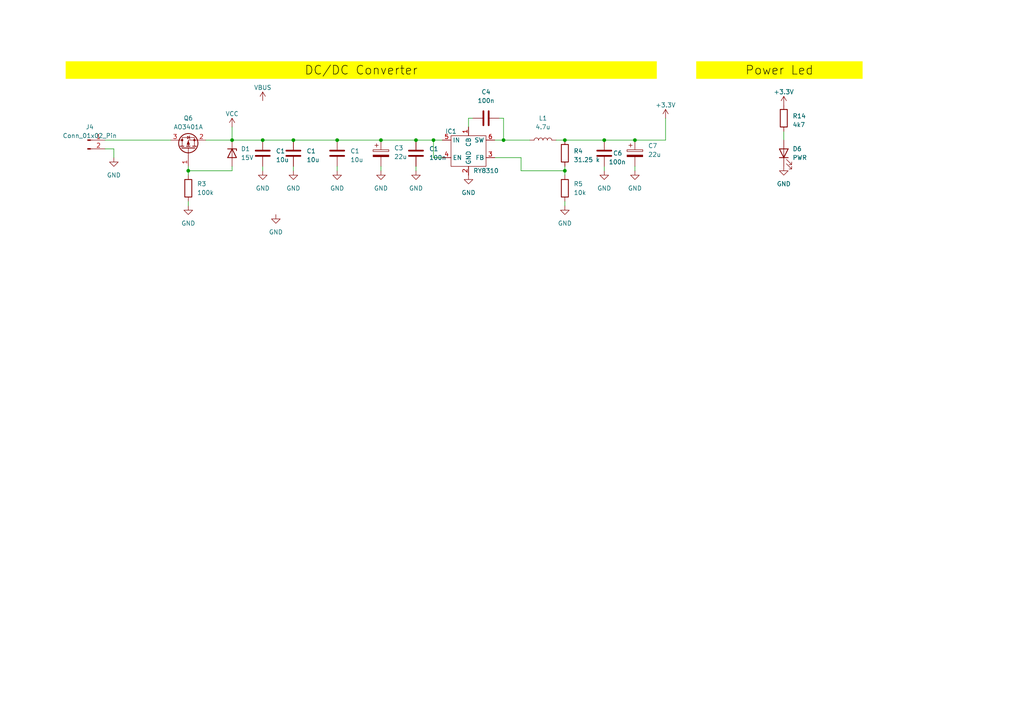
<source format=kicad_sch>
(kicad_sch (version 20231120) (generator "eeschema") (generator_version "8.0")
  (paper "A4")
  (lib_symbols
    (symbol "Connector:Conn_01x02_Pin" (pin_names (offset 1.016) hide)
      (property "Reference" "J" (at 0 2.54 0))
      (property "Value" "Conn_01x02_Pin" (at 0 -5.08 0))
      (symbol "Conn_01x02_Pin_1_1"
        (polyline (pts (xy 1.27 -2.54) (xy 0.8636 -2.54)) (stroke (width 0.1524)))
        (polyline (pts (xy 1.27 0) (xy 0.8636 0)) (stroke (width 0.1524)))
        (rectangle (start 0.8636 -2.413) (end 0 -2.667) (stroke (width 0.1524)) (fill (type outline)))
        (rectangle (start 0.8636 0.127) (end 0 -0.127) (stroke (width 0.1524)) (fill (type outline)))
        (pin passive line (at 5.08 0 180) (length 3.81) (name "Pin_1") (number "1"))
        (pin passive line (at 5.08 -2.54 180) (length 3.81) (name "Pin_2") (number "2"))
      )
    )
    (symbol "Device:C" (pin_numbers hide) (pin_names (offset 0.254))
      (property "Reference" "C" (at 0.635 2.54 0))
      (property "Value" "C" (at 0.635 -2.54 0))
      (symbol "C_0_1"
        (polyline (pts (xy -2.032 -0.762) (xy 2.032 -0.762)) (stroke (width 0.508)))
        (polyline (pts (xy -2.032 0.762) (xy 2.032 0.762)) (stroke (width 0.508)))
      )
      (symbol "C_1_1"
        (pin passive line (at 0 3.81 270) (length 2.794) (name "~") (number "1"))
        (pin passive line (at 0 -3.81 90) (length 2.794) (name "~") (number "2"))
      )
    )
    (symbol "Device:C_Polarized" (pin_numbers hide) (pin_names (offset 0.254))
      (property "Reference" "C" (at 0.635 2.54 0))
      (property "Value" "C_Polarized" (at 0.635 -2.54 0))
      (symbol "C_Polarized_0_1"
        (rectangle (start -2.286 0.508) (end 2.286 1.016))
        (polyline (pts (xy -1.778 2.286) (xy -0.762 2.286)))
        (polyline (pts (xy -1.27 2.794) (xy -1.27 1.778)))
        (rectangle (start 2.286 -0.508) (end -2.286 -1.016) (fill (type outline)))
      )
      (symbol "C_Polarized_1_1"
        (pin passive line (at 0 3.81 270) (length 2.794) (name "~") (number "1"))
        (pin passive line (at 0 -3.81 90) (length 2.794) (name "~") (number "2"))
      )
    )
    (symbol "Device:D_Zener" (pin_numbers hide) (pin_names (offset 1.016) hide)
      (property "Reference" "D" (at 0 2.54 0))
      (property "Value" "D_Zener" (at 0 -2.54 0))
      (symbol "D_Zener_0_1"
        (polyline (pts (xy 1.27 0) (xy -1.27 0)))
        (polyline (pts (xy -1.27 -1.27) (xy -1.27 1.27) (xy -0.762 1.27)) (stroke (width 0.254)))
        (polyline (pts (xy 1.27 -1.27) (xy 1.27 1.27) (xy -1.27 0) (xy 1.27 -1.27)) (stroke (width 0.254)))
      )
      (symbol "D_Zener_1_1"
        (pin passive line (at -3.81 0 0) (length 2.54) (name "K") (number "1"))
        (pin passive line (at 3.81 0 180) (length 2.54) (name "A") (number "2"))
      )
    )
    (symbol "Device:L" (pin_numbers hide) (pin_names (offset 1.016) hide)
      (property "Reference" "L" (at -1.27 0 90))
      (property "Value" "L" (at 1.905 0 90))
      (symbol "L_0_1"
        (arc (start 0 -2.54) (mid 0.6323 -1.905) (end 0 -1.27))
        (arc (start 0 -1.27) (mid 0.6323 -0.635) (end 0 0))
        (arc (start 0 0) (mid 0.6323 0.635) (end 0 1.27))
        (arc (start 0 1.27) (mid 0.6323 1.905) (end 0 2.54))
      )
      (symbol "L_1_1"
        (pin passive line (at 0 3.81 270) (length 1.27) (name "1") (number "1"))
        (pin passive line (at 0 -3.81 90) (length 1.27) (name "2") (number "2"))
      )
    )
    (symbol "Device:LED" (pin_numbers hide) (pin_names (offset 1.016) hide)
      (property "Reference" "D" (at 0 2.54 0))
      (property "Value" "LED" (at 0 -2.54 0))
      (symbol "LED_0_1"
        (polyline (pts (xy -1.27 -1.27) (xy -1.27 1.27)) (stroke (width 0.254)))
        (polyline (pts (xy -1.27 0) (xy 1.27 0)))
        (polyline (pts (xy 1.27 -1.27) (xy 1.27 1.27) (xy -1.27 0) (xy 1.27 -1.27)) (stroke (width 0.254)))
        (polyline (pts (xy -3.048 -0.762) (xy -4.572 -2.286) (xy -3.81 -2.286) (xy -4.572 -2.286) (xy -4.572 -1.524)))
        (polyline (pts (xy -1.778 -0.762) (xy -3.302 -2.286) (xy -2.54 -2.286) (xy -3.302 -2.286) (xy -3.302 -1.524)))
      )
      (symbol "LED_1_1"
        (pin passive line (at -3.81 0 0) (length 2.54) (name "K") (number "1"))
        (pin passive line (at 3.81 0 180) (length 2.54) (name "A") (number "2"))
      )
    )
    (symbol "Device:R" (pin_numbers hide) (pin_names (offset 0))
      (property "Reference" "R" (at 2.032 0 90))
      (property "Value" "R" (at 0 0 90))
      (symbol "R_0_1"
        (rectangle (start -1.016 -2.54) (end 1.016 2.54) (stroke (width 0.254)))
      )
      (symbol "R_1_1"
        (pin passive line (at 0 3.81 270) (length 1.27) (name "~") (number "1"))
        (pin passive line (at 0 -3.81 90) (length 1.27) (name "~") (number "2"))
      )
    )
    (symbol "Techbeard:RY8310"
      (property "Reference" "IC" (at -5.08 6.35 0))
      (property "Value" "RY8310" (at 5.08 6.35 0))
      (symbol "RY8310_0_1"
        (rectangle (start -5.08 5.08) (end 5.08 -3.81))
      )
      (symbol "RY8310_1_1"
        (pin input line (at 0 7.62 270) (length 2.54) (name "CB") (number "1"))
        (pin input line (at 0 -6.35 90) (length 2.54) (name "GND") (number "2"))
        (pin input line (at 7.62 -1.27 180) (length 2.54) (name "FB") (number "3"))
        (pin input line (at -7.62 -1.27 0) (length 2.54) (name "EN") (number "4"))
        (pin input line (at -7.62 3.81 0) (length 2.54) (name "IN") (number "5"))
        (pin input line (at 7.62 3.81 180) (length 2.54) (name "SW") (number "6"))
      )
    )
    (symbol "Transistor_FET:AO3401A" (pin_names hide)
      (property "Reference" "Q" (at 5.08 1.905 0))
      (property "Value" "AO3401A" (at 5.08 0 0))
      (symbol "AO3401A_0_1"
        (polyline (pts (xy 0.254 0) (xy -2.54 0)))
        (polyline (pts (xy 0.254 1.905) (xy 0.254 -1.905)) (stroke (width 0.254)))
        (polyline (pts (xy 0.762 -1.27) (xy 0.762 -2.286)) (stroke (width 0.254)))
        (polyline (pts (xy 0.762 0.508) (xy 0.762 -0.508)) (stroke (width 0.254)))
        (polyline (pts (xy 0.762 2.286) (xy 0.762 1.27)) (stroke (width 0.254)))
        (polyline (pts (xy 2.54 2.54) (xy 2.54 1.778)))
        (polyline (pts (xy 2.54 -2.54) (xy 2.54 0) (xy 0.762 0)))
        (polyline (pts (xy 0.762 1.778) (xy 3.302 1.778) (xy 3.302 -1.778) (xy 0.762 -1.778)))
        (polyline (pts (xy 2.286 0) (xy 1.27 0.381) (xy 1.27 -0.381) (xy 2.286 0)) (fill (type outline)))
        (polyline (pts (xy 2.794 -0.508) (xy 2.921 -0.381) (xy 3.683 -0.381) (xy 3.81 -0.254)))
        (polyline (pts (xy 3.302 -0.381) (xy 2.921 0.254) (xy 3.683 0.254) (xy 3.302 -0.381)))
        (circle (center 1.651 0) (radius 2.794) (stroke (width 0.254)))
        (circle (center 2.54 -1.778) (radius 0.254) (fill (type outline)))
        (circle (center 2.54 1.778) (radius 0.254) (fill (type outline)))
      )
      (symbol "AO3401A_1_1"
        (pin input line (at -5.08 0 0) (length 2.54) (name "G") (number "1"))
        (pin passive line (at 2.54 -5.08 90) (length 2.54) (name "S") (number "2"))
        (pin passive line (at 2.54 5.08 270) (length 2.54) (name "D") (number "3"))
      )
    )
    (symbol "power:+3.3V" (power) (pin_names (offset 0))
      (property "Value" "+3.3V" (at 0 3.556 0))
      (symbol "+3.3V_0_1"
        (polyline (pts (xy -0.762 1.27) (xy 0 2.54)))
        (polyline (pts (xy 0 0) (xy 0 2.54)))
        (polyline (pts (xy 0 2.54) (xy 0.762 1.27)))
      )
      (symbol "+3.3V_1_1"
        (pin power_in line (at 0 0 90) (length 0) hide (name "+3.3V") (number "1"))
      )
    )
    (symbol "power:GND" (power) (pin_names (offset 0))
      (property "Value" "GND" (at 0 -3.81 0))
      (symbol "GND_0_1"
        (polyline (pts (xy 0 0) (xy 0 -1.27) (xy 1.27 -1.27) (xy 0 -2.54) (xy -1.27 -1.27) (xy 0 -1.27)))
      )
      (symbol "GND_1_1"
        (pin power_in line (at 0 0 270) (length 0) hide (name "GND") (number "1"))
      )
    )
    (symbol "power:VBUS" (power) (pin_names (offset 0))
      (property "Value" "VBUS" (at 0 3.81 0))
      (symbol "VBUS_0_1"
        (polyline (pts (xy -0.762 1.27) (xy 0 2.54)))
        (polyline (pts (xy 0 0) (xy 0 2.54)))
        (polyline (pts (xy 0 2.54) (xy 0.762 1.27)))
      )
      (symbol "VBUS_1_1"
        (pin power_in line (at 0 0 90) (length 0) hide (name "VBUS") (number "1"))
      )
    )
    (symbol "power:VCC" (power) (pin_names (offset 0))
      (property "Value" "VCC" (at 0 3.81 0))
      (symbol "VCC_0_1"
        (polyline (pts (xy -0.762 1.27) (xy 0 2.54)))
        (polyline (pts (xy 0 0) (xy 0 2.54)))
        (polyline (pts (xy 0 2.54) (xy 0.762 1.27)))
      )
      (symbol "VCC_1_1"
        (pin power_in line (at 0 0 90) (length 0) hide (name "VCC") (number "1"))
      )
    )
  )
  (junction (at 163.83 40.64))
  (junction (at 110.49 40.64))
  (junction (at 120.65 40.64))
  (junction (at 54.61 49.53))
  (junction (at 125.73 40.64))
  (junction (at 146.05 40.64))
  (junction (at 76.2 40.64))
  (junction (at 97.79 40.64))
  (junction (at 163.83 49.53))
  (junction (at 175.26 40.64))
  (junction (at 67.31 40.64))
  (junction (at 85.09 40.64))
  (junction (at 184.15 40.64))
  (wire (pts (xy 135.89 34.29) (xy 135.89 36.83)))
  (wire (pts (xy 30.48 43.18) (xy 33.02 43.18)))
  (wire (pts (xy 54.61 48.26) (xy 54.61 49.53)))
  (wire (pts (xy 85.09 48.26) (xy 85.09 49.53)))
  (wire (pts (xy 184.15 48.26) (xy 184.15 49.53)))
  (wire (pts (xy 143.51 45.72) (xy 151.13 45.72)))
  (wire (pts (xy 59.69 40.64) (xy 67.31 40.64)))
  (wire (pts (xy 120.65 40.64) (xy 125.73 40.64)))
  (wire (pts (xy 30.48 40.64) (xy 49.53 40.64)))
  (wire (pts (xy 175.26 48.26) (xy 175.26 49.53)))
  (wire (pts (xy 227.33 38.1) (xy 227.33 40.64)))
  (wire (pts (xy 120.65 48.26) (xy 120.65 49.53)))
  (wire (pts (xy 135.89 34.29) (xy 137.16 34.29)))
  (wire (pts (xy 125.73 40.64) (xy 128.27 40.64)))
  (wire (pts (xy 54.61 49.53) (xy 54.61 50.8)))
  (wire (pts (xy 151.13 45.72) (xy 151.13 49.53)))
  (wire (pts (xy 54.61 58.42) (xy 54.61 59.69)))
  (wire (pts (xy 163.83 40.64) (xy 175.26 40.64)))
  (wire (pts (xy 161.29 40.64) (xy 163.83 40.64)))
  (wire (pts (xy 67.31 36.83) (xy 67.31 40.64)))
  (wire (pts (xy 184.15 40.64) (xy 193.04 40.64)))
  (wire (pts (xy 67.31 48.26) (xy 67.31 49.53)))
  (wire (pts (xy 110.49 40.64) (xy 120.65 40.64)))
  (wire (pts (xy 97.79 40.64) (xy 110.49 40.64)))
  (wire (pts (xy 146.05 34.29) (xy 146.05 40.64)))
  (wire (pts (xy 144.78 34.29) (xy 146.05 34.29)))
  (wire (pts (xy 97.79 48.26) (xy 97.79 49.53)))
  (wire (pts (xy 67.31 49.53) (xy 54.61 49.53)))
  (wire (pts (xy 193.04 34.29) (xy 193.04 40.64)))
  (wire (pts (xy 67.31 40.64) (xy 76.2 40.64)))
  (wire (pts (xy 76.2 40.64) (xy 85.09 40.64)))
  (wire (pts (xy 163.83 58.42) (xy 163.83 59.69)))
  (wire (pts (xy 110.49 48.26) (xy 110.49 49.53)))
  (wire (pts (xy 128.27 45.72) (xy 125.73 45.72)))
  (wire (pts (xy 143.51 40.64) (xy 146.05 40.64)))
  (wire (pts (xy 33.02 43.18) (xy 33.02 45.72)))
  (wire (pts (xy 163.83 48.26) (xy 163.83 49.53)))
  (wire (pts (xy 151.13 49.53) (xy 163.83 49.53)))
  (wire (pts (xy 146.05 40.64) (xy 153.67 40.64)))
  (wire (pts (xy 76.2 48.26) (xy 76.2 49.53)))
  (wire (pts (xy 175.26 40.64) (xy 184.15 40.64)))
  (wire (pts (xy 85.09 40.64) (xy 97.79 40.64)))
  (wire (pts (xy 125.73 45.72) (xy 125.73 40.64)))
  (wire (pts (xy 163.83 49.53) (xy 163.83 50.8)))
  (text_box "DC/DC Converter" (at 19.05 17.78 0) (size 171.45 5.08) (stroke (width -0.0001)) (fill (type color) (color 255 255 0 1)) (effects (font (size 2.54 2.54))))
  (text_box "Power Led" (at 201.93 17.78 0) (size 48.26 5.08) (stroke (width -0.0001)) (fill (type color) (color 255 255 0 1)) (effects (font (size 2.54 2.54))))
  (symbol (lib_id "power:GND") (at 120.65 49.53 0) (unit 1)
    (property "Reference" "#PWR012" (effects (hide yes)))
    (property "Value" "GND" (at 120.65 54.61 0))
    (instances (project "StripController" (path "" (reference "#PWR012") (unit 1))) (project "WCH-ETH-LOW" (path "" (reference "#PWR024") (unit 1))) (project "Controller_Room" (path "" (reference "#PWR0118") (unit 1))) (project "WCH-ETH" (path "" (reference "#PWR04") (unit 1))))
  )
  (symbol (lib_id "Device:C") (at 85.09 44.45 0) (unit 1)
    (property "Reference" "C1" (at 88.9 43.815 0) (effects (justify left)))
    (property "Value" "10u" (at 88.9 46.355 0) (effects (justify left)))
    (property "Footprint" "Capacitor_SMD:C_1206_3216Metric" (effects (hide yes)))
    (instances (project "StripController" (path "" (reference "C1") (unit 1))) (project "WCH-ETH-LOW" (path "" (reference "C14") (unit 1))) (project "Controller_Room" (path "" (reference "C1") (unit 1))) (project "WCH-ETH" (path "" (reference "C1") (unit 1))))
  )
  (symbol (lib_id "power:GND") (at 85.09 49.53 0) (unit 1)
    (property "Reference" "#PWR012" (effects (hide yes)))
    (property "Value" "GND" (at 85.09 54.61 0))
    (instances (project "StripController" (path "" (reference "#PWR012") (unit 1))) (project "WCH-ETH-LOW" (path "" (reference "#PWR092") (unit 1))) (project "Controller_Room" (path "" (reference "#PWR0118") (unit 1))) (project "WCH-ETH" (path "" (reference "#PWR04") (unit 1))))
  )
  (symbol (lib_id "power:GND") (at 80.01 62.23 0) (unit 1)
    (property "Reference" "#PWR06" (effects (hide yes)))
    (property "Value" "GND" (at 80.01 67.31 0))
    (instances (project "StripController" (path "" (reference "#PWR06") (unit 1))) (project "WCH-ETH-LOW" (path "" (reference "#PWR030") (unit 1))) (project "Controller_Room" (path "" (reference "#PWR0125") (unit 1))) (project "WCH-ETH" (path "" (reference "#PWR010") (unit 1))))
  )
  (symbol (lib_id "Device:LED") (at 227.33 44.45 90) (unit 1)
    (property "Reference" "D6" (at 229.87 43.18 90) (effects (justify right)))
    (property "Value" "PWR" (at 229.87 45.72 90) (effects (justify right)))
    (property "Footprint" "LED_SMD:LED_0603_1608Metric" (effects (hide yes)))
    (instances (project "WCH-ETH-LOW" (path "" (reference "D6") (unit 1))) (project "WCH-ETH" (path "" (reference "D27") (unit 1)) (path "" (reference "D27") (unit 1))))
  )
  (symbol (lib_id "Device:C") (at 97.79 44.45 0) (unit 1)
    (property "Reference" "C1" (at 101.6 43.815 0) (effects (justify left)))
    (property "Value" "10u" (at 101.6 46.355 0) (effects (justify left)))
    (property "Footprint" "Capacitor_SMD:C_1206_3216Metric" (effects (hide yes)))
    (instances (project "StripController" (path "" (reference "C1") (unit 1))) (project "WCH-ETH-LOW" (path "" (reference "C43") (unit 1))) (project "Controller_Room" (path "" (reference "C1") (unit 1))) (project "WCH-ETH" (path "" (reference "C1") (unit 1))))
  )
  (symbol (lib_id "Techbeard:RY8310") (at 135.89 44.45 0) (unit 1)
    (property "Reference" "IC1" (at 130.81 38.1 0))
    (property "Value" "RY8310" (at 140.97 49.53 0))
    (property "Footprint" "Package_TO_SOT_SMD:SOT-23-6" (effects (hide yes)))
    (property "Datasheet" "https://datasheet.lcsc.com/lcsc/2202151030_RYCHIP-Semiconductor-Inc--RY8310_C370876.pdf" (effects (hide yes)))
  )
  (symbol (lib_id "power:GND") (at 184.15 49.53 0) (unit 1)
    (property "Reference" "#PWR021" (effects (hide yes)))
    (property "Value" "GND" (at 184.15 54.61 0))
    (instances (project "StripController" (path "" (reference "#PWR021") (unit 1))) (project "WCH-ETH-LOW" (path "" (reference "#PWR029") (unit 1))) (project "Controller_Room" (path "" (reference "#PWR0125") (unit 1))) (project "WCH-ETH" (path "" (reference "#PWR09") (unit 1))))
  )
  (symbol (lib_id "power:VCC") (at 67.31 36.83 0) (unit 1)
    (property "Reference" "#PWR022" (effects (hide yes)))
    (property "Value" "VCC" (at 67.31 33.02 0))
    (instances (project "WCH-ETH-LOW" (path "" (reference "#PWR022") (unit 1))) (project "WCH-ETH" (path "" (reference "#PWR012") (unit 1))))
  )
  (symbol (lib_id "Device:R") (at 54.61 54.61 0) (unit 1)
    (property "Reference" "R3" (at 57.15 53.3399 0) (effects (justify left)))
    (property "Value" "100k" (at 57.15 55.8799 0) (effects (justify left)))
    (property "Footprint" "Resistor_SMD:R_0402_1005Metric" (effects (hide yes)))
    (instances (project "StripController" (path "" (reference "R3") (unit 1))) (project "WCH-ETH-LOW" (path "" (reference "R11") (unit 1))) (project "Controller_Room" (path "" (reference "R4") (unit 1))) (project "WCH-ETH" (path "" (reference "R1") (unit 1))))
  )
  (symbol (lib_id "Device:C") (at 175.26 44.45 0) (unit 1)
    (property "Reference" "C6" (at 177.8 44.45 0) (effects (justify left)))
    (property "Value" "100n" (at 176.53 46.99 0) (effects (justify left)))
    (property "Footprint" "Capacitor_SMD:C_0402_1005Metric" (effects (hide yes)))
    (instances (project "StripController" (path "" (reference "C6") (unit 1))) (project "WCH-ETH-LOW" (path "" (reference "C12") (unit 1))) (project "Controller_Room" (path "" (reference "C5") (unit 1))) (project "WCH-ETH" (path "" (reference "C4") (unit 1))))
  )
  (symbol (lib_id "power:GND") (at 54.61 59.69 0) (unit 1)
    (property "Reference" "#PWR05" (effects (hide yes)))
    (property "Value" "GND" (at 54.61 64.77 0))
    (instances (project "StripController" (path "" (reference "#PWR05") (unit 1))) (project "WCH-ETH-LOW" (path "" (reference "#PWR023") (unit 1))) (project "Controller_Room" (path "" (reference "#PWR0107") (unit 1))) (project "WCH-ETH" (path "" (reference "#PWR02") (unit 1))))
  )
  (symbol (lib_id "power:GND") (at 135.89 50.8 0) (unit 1)
    (property "Reference" "#PWR015" (effects (hide yes)))
    (property "Value" "GND" (at 135.89 55.88 0))
    (instances (project "StripController" (path "" (reference "#PWR015") (unit 1))) (project "WCH-ETH-LOW" (path "" (reference "#PWR026") (unit 1))) (project "Controller_Room" (path "" (reference "#PWR0127") (unit 1))) (project "WCH-ETH" (path "" (reference "#PWR06") (unit 1))))
  )
  (symbol (lib_id "Device:D_Zener") (at 67.31 44.45 270) (unit 1)
    (property "Reference" "D1" (at 69.85 43.1799 90) (effects (justify left)))
    (property "Value" "15V" (at 69.85 45.7199 90) (effects (justify left)))
    (property "Footprint" "Diode_SMD:D_SOD-323" (effects (hide yes)))
    (instances (project "StripController" (path "" (reference "D1") (unit 1))) (project "WCH-ETH-LOW" (path "" (reference "D5") (unit 1))) (project "Controller_Room" (path "" (reference "D4") (unit 1))) (project "WCH-ETH" (path "" (reference "D1") (unit 1))))
  )
  (symbol (lib_id "power:GND") (at 227.33 48.26 0) (unit 1)
    (property "Reference" "#PWR034" (effects (hide yes)))
    (property "Value" "GND" (at 227.33 53.34 0))
    (instances (project "WCH-ETH-LOW" (path "" (reference "#PWR034") (unit 1))) (project "WCH-ETH" (path "" (reference "#PWR0134") (unit 1)) (path "" (reference "#PWR0134") (unit 1))))
  )
  (symbol (lib_id "Transistor_FET:AO3401A") (at 54.61 43.18 90) (unit 1)
    (property "Reference" "Q6" (at 54.61 34.29 90))
    (property "Value" "AO3401A" (at 54.61 36.83 90))
    (property "Footprint" "Package_TO_SOT_SMD:SOT-23" (effects (hide yes)))
    (property "Datasheet" "http://www.aosmd.com/pdfs/datasheet/AO3401A.pdf" (effects (hide yes)))
    (instances (project "StripController" (path "" (reference "Q6") (unit 1))) (project "WCH-ETH-LOW" (path "" (reference "Q1") (unit 1))) (project "WCH-ETH" (path "" (reference "Q1") (unit 1))))
  )
  (symbol (lib_id "power:GND") (at 33.02 45.72 0) (unit 1)
    (property "Reference" "#PWR04" (effects (hide yes)))
    (property "Value" "GND" (at 33.02 50.8 0))
    (instances (project "StripController" (path "" (reference "#PWR04") (unit 1))) (project "WCH-ETH-LOW" (path "" (reference "#PWR021") (unit 1))) (project "Controller_Room" (path "" (reference "#PWR0107") (unit 1))) (project "WCH-ETH" (path "" (reference "#PWR01") (unit 1))))
  )
  (symbol (lib_id "power:GND") (at 76.2 49.53 0) (unit 1)
    (property "Reference" "#PWR012" (effects (hide yes)))
    (property "Value" "GND" (at 76.2 54.61 0))
    (instances (project "StripController" (path "" (reference "#PWR012") (unit 1))) (project "WCH-ETH-LOW" (path "" (reference "#PWR0130") (unit 1))) (project "Controller_Room" (path "" (reference "#PWR0118") (unit 1))) (project "WCH-ETH" (path "" (reference "#PWR04") (unit 1))))
  )
  (symbol (lib_id "Device:C_Polarized") (at 110.49 44.45 0) (unit 1)
    (property "Reference" "C3" (at 114.3 42.926 0) (effects (justify left)))
    (property "Value" "22u" (at 114.3 45.466 0) (effects (justify left)))
    (property "Footprint" "Capacitor_SMD:CP_Elec_5x5.4" (effects (hide yes)))
    (instances (project "StripController" (path "" (reference "C3") (unit 1))) (project "WCH-ETH-LOW" (path "" (reference "C10") (unit 1))) (project "Controller_Room" (path "" (reference "C2") (unit 1))) (project "WCH-ETH" (path "" (reference "C2") (unit 1))))
  )
  (symbol (lib_id "Device:L") (at 157.48 40.64 90) (unit 1)
    (property "Reference" "L1" (at 157.48 34.29 90))
    (property "Value" "4.7u" (at 157.48 36.83 90))
    (property "Footprint" "Techbeard:L_0630" (effects (hide yes)))
    (instances (project "StripController" (path "" (reference "L1") (unit 1))) (project "WCH-ETH-LOW" (path "" (reference "L3") (unit 1))) (project "Controller_Room" (path "" (reference "L1") (unit 1))) (project "WCH-ETH" (path "" (reference "L1") (unit 1))))
  )
  (symbol (lib_id "Device:R") (at 163.83 54.61 180) (unit 1)
    (property "Reference" "R5" (at 166.37 53.3399 0) (effects (justify right)))
    (property "Value" "10k" (at 166.37 55.8799 0) (effects (justify right)))
    (property "Footprint" "Resistor_SMD:R_0402_1005Metric" (effects (hide yes)))
    (instances (project "StripController" (path "" (reference "R5") (unit 1))) (project "WCH-ETH-LOW" (path "" (reference "R13") (unit 1))) (project "Controller_Room" (path "" (reference "R11") (unit 1))) (project "WCH-ETH" (path "" (reference "R3") (unit 1))))
  )
  (symbol (lib_id "Device:C") (at 120.65 44.45 0) (unit 1)
    (property "Reference" "C1" (at 124.46 43.1799 0) (effects (justify left)))
    (property "Value" "100n" (at 124.46 45.7199 0) (effects (justify left)))
    (property "Footprint" "Capacitor_SMD:C_0402_1005Metric" (effects (hide yes)))
    (instances (project "StripController" (path "" (reference "C1") (unit 1))) (project "WCH-ETH-LOW" (path "" (reference "C9") (unit 1))) (project "Controller_Room" (path "" (reference "C1") (unit 1))) (project "WCH-ETH" (path "" (reference "C1") (unit 1))))
  )
  (symbol (lib_id "Device:C") (at 76.2 44.45 0) (unit 1)
    (property "Reference" "C1" (at 80.01 43.815 0) (effects (justify left)))
    (property "Value" "10u" (at 80.01 46.355 0) (effects (justify left)))
    (property "Footprint" "Capacitor_SMD:C_1206_3216Metric" (effects (hide yes)))
    (instances (project "StripController" (path "" (reference "C1") (unit 1))) (project "WCH-ETH-LOW" (path "" (reference "C44") (unit 1))) (project "Controller_Room" (path "" (reference "C1") (unit 1))) (project "WCH-ETH" (path "" (reference "C1") (unit 1))))
  )
  (symbol (lib_id "Device:C") (at 140.97 34.29 90) (unit 1)
    (property "Reference" "C4" (at 140.97 26.67 90))
    (property "Value" "100n" (at 140.97 29.21 90))
    (property "Footprint" "Capacitor_SMD:C_0402_1005Metric" (effects (hide yes)))
    (instances (project "StripController" (path "" (reference "C4") (unit 1))) (project "WCH-ETH-LOW" (path "" (reference "C11") (unit 1))) (project "Controller_Room" (path "" (reference "C4") (unit 1))) (project "WCH-ETH" (path "" (reference "C3") (unit 1))))
  )
  (symbol (lib_id "power:GND") (at 175.26 49.53 0) (unit 1)
    (property "Reference" "#PWR017" (effects (hide yes)))
    (property "Value" "GND" (at 175.26 54.61 0))
    (instances (project "StripController" (path "" (reference "#PWR017") (unit 1))) (project "WCH-ETH-LOW" (path "" (reference "#PWR028") (unit 1))) (project "Controller_Room" (path "" (reference "#PWR0129") (unit 1))) (project "WCH-ETH" (path "" (reference "#PWR08") (unit 1))))
  )
  (symbol (lib_id "power:GND") (at 110.49 49.53 0) (unit 1)
    (property "Reference" "#PWR013" (effects (hide yes)))
    (property "Value" "GND" (at 110.49 54.61 0))
    (instances (project "StripController" (path "" (reference "#PWR013") (unit 1))) (project "WCH-ETH-LOW" (path "" (reference "#PWR025") (unit 1))) (project "Controller_Room" (path "" (reference "#PWR0119") (unit 1))) (project "WCH-ETH" (path "" (reference "#PWR05") (unit 1))))
  )
  (symbol (lib_id "Device:C_Polarized") (at 184.15 44.45 0) (unit 1)
    (property "Reference" "C7" (at 187.96 42.2909 0) (effects (justify left)))
    (property "Value" "22u" (at 187.96 44.8309 0) (effects (justify left)))
    (property "Footprint" "Capacitor_SMD:CP_Elec_5x5.4" (effects (hide yes)))
    (instances (project "StripController" (path "" (reference "C7") (unit 1))) (project "WCH-ETH-LOW" (path "" (reference "C13") (unit 1))) (project "Controller_Room" (path "" (reference "C6") (unit 1))) (project "WCH-ETH" (path "" (reference "C5") (unit 1))))
  )
  (symbol (lib_id "power:GND") (at 163.83 59.69 0) (unit 1)
    (property "Reference" "#PWR016" (effects (hide yes)))
    (property "Value" "GND" (at 163.83 64.77 0))
    (instances (project "StripController" (path "" (reference "#PWR016") (unit 1))) (project "WCH-ETH-LOW" (path "" (reference "#PWR027") (unit 1))) (project "Controller_Room" (path "" (reference "#PWR0131") (unit 1))) (project "WCH-ETH" (path "" (reference "#PWR07") (unit 1))))
  )
  (symbol (lib_id "Device:R") (at 163.83 44.45 180) (unit 1)
    (property "Reference" "R4" (at 166.37 43.815 0) (effects (justify right)))
    (property "Value" "31.25 k" (at 166.37 46.355 0) (effects (justify right)))
    (property "Footprint" "Resistor_SMD:R_0402_1005Metric" (effects (hide yes)))
    (instances (project "StripController" (path "" (reference "R4") (unit 1))) (project "WCH-ETH-LOW" (path "" (reference "R12") (unit 1))) (project "Controller_Room" (path "" (reference "R10") (unit 1))) (project "WCH-ETH" (path "" (reference "R2") (unit 1))))
  )
  (symbol (lib_id "power:+3.3V") (at 193.04 34.29 0) (unit 1)
    (property "Reference" "#PWR032" (effects (hide yes)))
    (property "Value" "+3.3V" (at 193.04 30.48 0))
    (instances (project "WCH-ETH-LOW" (path "" (reference "#PWR032") (unit 1))) (project "WCH-ETH" (path "" (reference "#PWR03") (unit 1))))
  )
  (symbol (lib_id "Device:R") (at 227.33 34.29 0) (unit 1)
    (property "Reference" "R14" (at 229.87 33.655 0) (effects (justify left)))
    (property "Value" "4k7" (at 229.87 36.195 0) (effects (justify left)))
    (property "Footprint" "Resistor_SMD:R_0402_1005Metric" (effects (hide yes)))
    (instances (project "WCH-ETH-LOW" (path "" (reference "R14") (unit 1))) (project "WCH-ETH" (path "" (reference "R62") (unit 1)) (path "" (reference "R62") (unit 1))))
  )
  (symbol (lib_id "power:GND") (at 97.79 49.53 0) (unit 1)
    (property "Reference" "#PWR012" (effects (hide yes)))
    (property "Value" "GND" (at 97.79 54.61 0))
    (instances (project "StripController" (path "" (reference "#PWR012") (unit 1))) (project "WCH-ETH-LOW" (path "" (reference "#PWR0129") (unit 1))) (project "Controller_Room" (path "" (reference "#PWR0118") (unit 1))) (project "WCH-ETH" (path "" (reference "#PWR04") (unit 1))))
  )
  (symbol (lib_id "power:+3.3V") (at 227.33 30.48 0) (unit 1)
    (property "Reference" "#PWR033" (effects (hide yes)))
    (property "Value" "+3.3V" (at 227.33 26.67 0))
    (instances (project "WCH-ETH-LOW" (path "" (reference "#PWR033") (unit 1))) (project "WCH-ETH" (path "" (reference "#PWR0133") (unit 1)) (path "" (reference "#PWR0133") (unit 1))))
  )
  (symbol (lib_id "power:VBUS") (at 76.2 29.21 0) (unit 1)
    (property "Reference" "#PWR0133" (effects (hide yes)))
    (property "Value" "VBUS" (at 76.2 25.4 0))
  )
  (symbol (lib_id "Connector:Conn_01x02_Pin") (at 25.4 40.64 0) (unit 1)
    (property "Reference" "J4" (at 26.035 36.83 0))
    (property "Value" "Conn_01x02_Pin" (at 26.035 39.37 0))
    (property "Footprint" "Connector_JST:JST_PH_B2B-PH-SM4-TB_1x02-1MP_P2.00mm_Vertical" (effects (hide yes)))
    (instances (project "StripController" (path "" (reference "J4") (unit 1))) (project "WCH-ETH-LOW" (path "" (reference "J3") (unit 1))) (project "WCH-ETH" (path "" (reference "J1") (unit 1))))
  )
)
</source>
